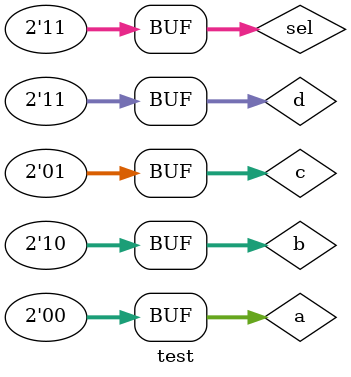
<source format=v>
`timescale 1ns / 1ps


module test;

	// Inputs
	reg [1:0] a;
	reg [1:0] b;
	reg [1:0] c;
	reg [1:0] d;
	reg [1:0] sel;

	// Outputs
	wire [1:0] data;

	// Instantiate the Unit Under Test (UUT)
	main uut (
		.a(a), 
		.b(b), 
		.c(c), 
		.d(d), 
		.sel(sel), 
		.data(data)
	);

	initial begin
		// Initialize Inputs
		a = 2'b00;
		b = 2'b10;
		c = 2'b01;
		d = 2'b11;
		
		// Wait 100 ns for global reset to finish
		#100;
        
		// Add stimulus here
		sel = 2'b00;
		#100;
		sel = 2'b01;
		#100;
		sel = 2'b10;
		#100;
		sel = 2'b11;
	end
      
endmodule


</source>
